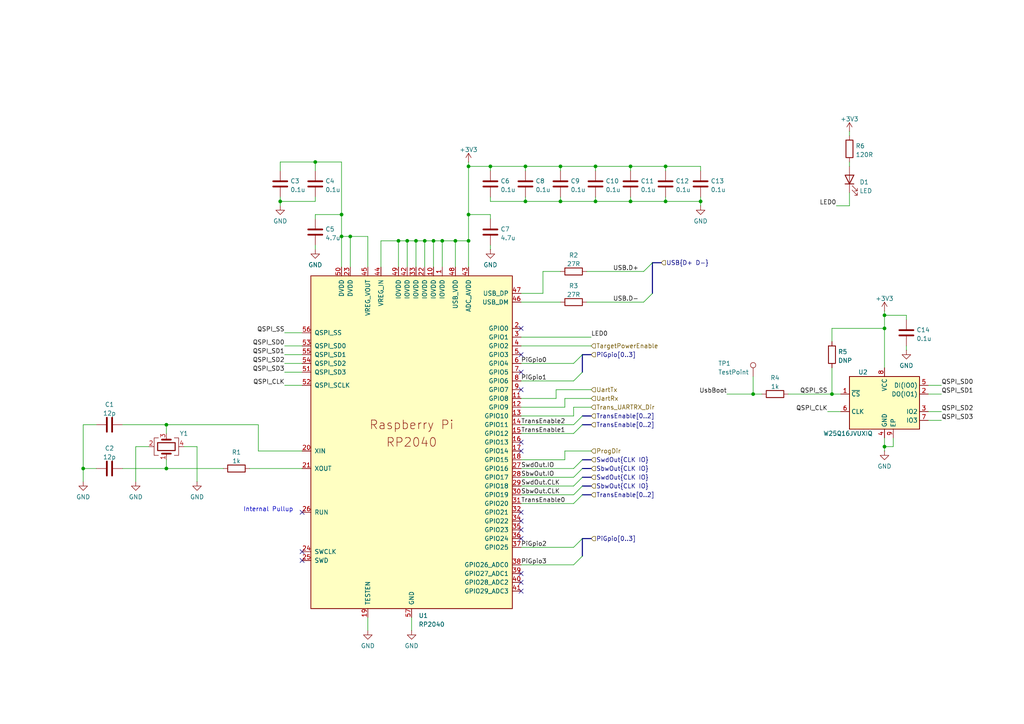
<source format=kicad_sch>
(kicad_sch (version 20231120) (generator "eeschema") (generator_version "8.0")
  (paper "A4")
  (lib_symbols
    (symbol "Connector:TestPoint" (pin_numbers hide) (pin_names (offset 0.762) hide)
      (property "Reference" "TP" (at 0 6.858 0))
      (property "Value" "TestPoint" (at 0 5.08 0))
      (symbol "TestPoint_0_1"
        (circle (center 0 3.302) (radius 0.762))
      )
      (symbol "TestPoint_1_1"
        (pin passive line (at 0 0 90) (length 2.54) (name "1") (number "1"))
      )
    )
    (symbol "Device:C" (pin_numbers hide) (pin_names (offset 0.254))
      (property "Reference" "C" (at 0.635 2.54 0))
      (property "Value" "C" (at 0.635 -2.54 0))
      (symbol "C_0_1"
        (polyline (pts (xy -2.032 -0.762) (xy 2.032 -0.762)) (stroke (width 0.508)))
        (polyline (pts (xy -2.032 0.762) (xy 2.032 0.762)) (stroke (width 0.508)))
      )
      (symbol "C_1_1"
        (pin passive line (at 0 3.81 270) (length 2.794) (name "~") (number "1"))
        (pin passive line (at 0 -3.81 90) (length 2.794) (name "~") (number "2"))
      )
    )
    (symbol "Device:Crystal_GND24" (pin_names (offset 1.016) hide)
      (property "Reference" "Y" (at 3.175 5.08 0))
      (property "Value" "Crystal_GND24" (at 3.175 3.175 0))
      (symbol "Crystal_GND24_0_1"
        (rectangle (start -1.143 2.54) (end 1.143 -2.54) (stroke (width 0.3048)))
        (polyline (pts (xy -2.54 0) (xy -2.032 0)))
        (polyline (pts (xy -2.032 -1.27) (xy -2.032 1.27)) (stroke (width 0.508)))
        (polyline (pts (xy 0 -3.81) (xy 0 -3.556)))
        (polyline (pts (xy 0 3.556) (xy 0 3.81)))
        (polyline (pts (xy 2.032 -1.27) (xy 2.032 1.27)) (stroke (width 0.508)))
        (polyline (pts (xy 2.032 0) (xy 2.54 0)))
        (polyline (pts (xy -2.54 -2.286) (xy -2.54 -3.556) (xy 2.54 -3.556) (xy 2.54 -2.286)))
        (polyline (pts (xy -2.54 2.286) (xy -2.54 3.556) (xy 2.54 3.556) (xy 2.54 2.286)))
      )
      (symbol "Crystal_GND24_1_1"
        (pin passive line (at -3.81 0 0) (length 1.27) (name "1") (number "1"))
        (pin passive line (at 0 5.08 270) (length 1.27) (name "2") (number "2"))
        (pin passive line (at 3.81 0 180) (length 1.27) (name "3") (number "3"))
        (pin passive line (at 0 -5.08 90) (length 1.27) (name "4") (number "4"))
      )
    )
    (symbol "Device:LED" (pin_numbers hide) (pin_names (offset 1.016) hide)
      (property "Reference" "D" (at 0 2.54 0))
      (property "Value" "LED" (at 0 -2.54 0))
      (symbol "LED_0_1"
        (polyline (pts (xy -1.27 -1.27) (xy -1.27 1.27)) (stroke (width 0.254)))
        (polyline (pts (xy -1.27 0) (xy 1.27 0)))
        (polyline (pts (xy 1.27 -1.27) (xy 1.27 1.27) (xy -1.27 0) (xy 1.27 -1.27)) (stroke (width 0.254)))
        (polyline (pts (xy -3.048 -0.762) (xy -4.572 -2.286) (xy -3.81 -2.286) (xy -4.572 -2.286) (xy -4.572 -1.524)))
        (polyline (pts (xy -1.778 -0.762) (xy -3.302 -2.286) (xy -2.54 -2.286) (xy -3.302 -2.286) (xy -3.302 -1.524)))
      )
      (symbol "LED_1_1"
        (pin passive line (at -3.81 0 0) (length 2.54) (name "K") (number "1"))
        (pin passive line (at 3.81 0 180) (length 2.54) (name "A") (number "2"))
      )
    )
    (symbol "Device:R" (pin_numbers hide) (pin_names (offset 0))
      (property "Reference" "R" (at 2.032 0 90))
      (property "Value" "R" (at 0 0 90))
      (symbol "R_0_1"
        (rectangle (start -1.016 -2.54) (end 1.016 2.54) (stroke (width 0.254)))
      )
      (symbol "R_1_1"
        (pin passive line (at 0 3.81 270) (length 1.27) (name "~") (number "1"))
        (pin passive line (at 0 -3.81 90) (length 1.27) (name "~") (number "2"))
      )
    )
    (symbol "power:+3V3" (power) (pin_numbers hide) (pin_names (offset 0) hide)
      (property "Value" "+3V3" (at 0 3.556 0))
      (symbol "+3V3_0_1"
        (polyline (pts (xy -0.762 1.27) (xy 0 2.54)))
        (polyline (pts (xy 0 0) (xy 0 2.54)))
        (polyline (pts (xy 0 2.54) (xy 0.762 1.27)))
      )
      (symbol "+3V3_1_1"
        (pin power_in line (at 0 0 90) (length 0) (name "~") (number "1"))
      )
    )
    (symbol "power:GND" (power) (pin_numbers hide) (pin_names (offset 0) hide)
      (property "Value" "GND" (at 0 -3.81 0))
      (symbol "GND_0_1"
        (polyline (pts (xy 0 0) (xy 0 -1.27) (xy 1.27 -1.27) (xy 0 -2.54) (xy -1.27 -1.27) (xy 0 -1.27)))
      )
      (symbol "GND_1_1"
        (pin power_in line (at 0 0 270) (length 0) (name "~") (number "1"))
      )
    )
    (symbol "voltix:RP2040" (pin_names (offset 1.016))
      (property "Reference" "U" (at -29.21 49.53 0))
      (property "Value" "RP2040" (at 24.13 -49.53 0))
      (symbol "RP2040_0_0"
        (text "Raspberry Pi" (at 0 5.08 0) (effects (font (size 2.54 2.54))))
        (text "RP2040" (at 0 0 0) (effects (font (size 2.54 2.54))))
      )
      (symbol "RP2040_0_1"
        (rectangle (start 29.21 48.26) (end -29.21 -48.26) (stroke (width 0.254)) (fill (type background)))
      )
      (symbol "RP2040_1_1"
        (pin power_in line (at 8.89 50.8 270) (length 2.54) (name "IOVDD") (number "1"))
        (pin power_in line (at 6.35 50.8 270) (length 2.54) (name "IOVDD") (number "10"))
        (pin bidirectional line (at 31.75 12.7 180) (length 2.54) (name "GPIO8") (number "11"))
        (pin bidirectional line (at 31.75 10.16 180) (length 2.54) (name "GPIO9") (number "12"))
        (pin bidirectional line (at 31.75 7.62 180) (length 2.54) (name "GPIO10") (number "13"))
        (pin bidirectional line (at 31.75 5.08 180) (length 2.54) (name "GPIO11") (number "14"))
        (pin bidirectional line (at 31.75 2.54 180) (length 2.54) (name "GPIO12") (number "15"))
        (pin bidirectional line (at 31.75 0 180) (length 2.54) (name "GPIO13") (number "16"))
        (pin bidirectional line (at 31.75 -2.54 180) (length 2.54) (name "GPIO14") (number "17"))
        (pin bidirectional line (at 31.75 -5.08 180) (length 2.54) (name "GPIO15") (number "18"))
        (pin passive line (at -12.7 -50.8 90) (length 2.54) (name "TESTEN") (number "19"))
        (pin bidirectional line (at 31.75 33.02 180) (length 2.54) (name "GPIO0") (number "2"))
        (pin input line (at -31.75 -2.54 0) (length 2.54) (name "XIN") (number "20"))
        (pin passive line (at -31.75 -7.62 0) (length 2.54) (name "XOUT") (number "21"))
        (pin power_in line (at 3.81 50.8 270) (length 2.54) (name "IOVDD") (number "22"))
        (pin power_in line (at -17.78 50.8 270) (length 2.54) (name "DVDD") (number "23"))
        (pin output line (at -31.75 -31.75 0) (length 2.54) (name "SWCLK") (number "24"))
        (pin bidirectional line (at -31.75 -34.29 0) (length 2.54) (name "SWD") (number "25"))
        (pin input line (at -31.75 -20.32 0) (length 2.54) (name "RUN") (number "26"))
        (pin bidirectional line (at 31.75 -7.62 180) (length 2.54) (name "GPIO16") (number "27"))
        (pin bidirectional line (at 31.75 -10.16 180) (length 2.54) (name "GPIO17") (number "28"))
        (pin bidirectional line (at 31.75 -12.7 180) (length 2.54) (name "GPIO18") (number "29"))
        (pin bidirectional line (at 31.75 30.48 180) (length 2.54) (name "GPIO1") (number "3"))
        (pin bidirectional line (at 31.75 -15.24 180) (length 2.54) (name "GPIO19") (number "30"))
        (pin bidirectional line (at 31.75 -17.78 180) (length 2.54) (name "GPIO20") (number "31"))
        (pin bidirectional line (at 31.75 -20.32 180) (length 2.54) (name "GPIO21") (number "32"))
        (pin power_in line (at 1.27 50.8 270) (length 2.54) (name "IOVDD") (number "33"))
        (pin bidirectional line (at 31.75 -22.86 180) (length 2.54) (name "GPIO22") (number "34"))
        (pin bidirectional line (at 31.75 -25.4 180) (length 2.54) (name "GPIO23") (number "35"))
        (pin bidirectional line (at 31.75 -27.94 180) (length 2.54) (name "GPIO24") (number "36"))
        (pin bidirectional line (at 31.75 -30.48 180) (length 2.54) (name "GPIO25") (number "37"))
        (pin bidirectional line (at 31.75 -35.56 180) (length 2.54) (name "GPIO26_ADC0") (number "38"))
        (pin bidirectional line (at 31.75 -38.1 180) (length 2.54) (name "GPIO27_ADC1") (number "39"))
        (pin bidirectional line (at 31.75 27.94 180) (length 2.54) (name "GPIO2") (number "4"))
        (pin bidirectional line (at 31.75 -40.64 180) (length 2.54) (name "GPIO28_ADC2") (number "40"))
        (pin bidirectional line (at 31.75 -43.18 180) (length 2.54) (name "GPIO29_ADC3") (number "41"))
        (pin power_in line (at -1.27 50.8 270) (length 2.54) (name "IOVDD") (number "42"))
        (pin power_in line (at 16.51 50.8 270) (length 2.54) (name "ADC_AVDD") (number "43"))
        (pin power_in line (at -8.89 50.8 270) (length 2.54) (name "VREG_IN") (number "44"))
        (pin power_out line (at -12.7 50.8 270) (length 2.54) (name "VREG_VOUT") (number "45"))
        (pin bidirectional line (at 31.75 40.64 180) (length 2.54) (name "USB_DM") (number "46"))
        (pin bidirectional line (at 31.75 43.18 180) (length 2.54) (name "USB_DP") (number "47"))
        (pin power_in line (at 12.7 50.8 270) (length 2.54) (name "USB_VDD") (number "48"))
        (pin power_in line (at -3.81 50.8 270) (length 2.54) (name "IOVDD") (number "49"))
        (pin bidirectional line (at 31.75 25.4 180) (length 2.54) (name "GPIO3") (number "5"))
        (pin power_in line (at -20.32 50.8 270) (length 2.54) (name "DVDD") (number "50"))
        (pin bidirectional line (at -31.75 20.32 0) (length 2.54) (name "QSPI_SD3") (number "51"))
        (pin output line (at -31.75 16.51 0) (length 2.54) (name "QSPI_SCLK") (number "52"))
        (pin bidirectional line (at -31.75 27.94 0) (length 2.54) (name "QSPI_SD0") (number "53"))
        (pin bidirectional line (at -31.75 22.86 0) (length 2.54) (name "QSPI_SD2") (number "54"))
        (pin bidirectional line (at -31.75 25.4 0) (length 2.54) (name "QSPI_SD1") (number "55"))
        (pin bidirectional line (at -31.75 31.75 0) (length 2.54) (name "QSPI_SS") (number "56"))
        (pin power_in line (at 0 -50.8 90) (length 2.54) (name "GND") (number "57"))
        (pin bidirectional line (at 31.75 22.86 180) (length 2.54) (name "GPIO4") (number "6"))
        (pin bidirectional line (at 31.75 20.32 180) (length 2.54) (name "GPIO5") (number "7"))
        (pin bidirectional line (at 31.75 17.78 180) (length 2.54) (name "GPIO6") (number "8"))
        (pin bidirectional line (at 31.75 15.24 180) (length 2.54) (name "GPIO7") (number "9"))
      )
    )
    (symbol "voltix:W25Q16JVUXIQ"
      (property "Reference" "U" (at -8.89 8.89 0))
      (property "Value" "W25Q16JVUXIQ" (at 7.62 8.89 0))
      (symbol "W25Q16JVUXIQ_0_1"
        (rectangle (start -10.16 7.62) (end 10.16 -7.62) (stroke (width 0.254)) (fill (type background)))
      )
      (symbol "W25Q16JVUXIQ_1_1"
        (pin input line (at -12.7 2.54 0) (length 2.54) (name "~{CS}") (number "1"))
        (pin bidirectional line (at 12.7 2.54 180) (length 2.54) (name "DO(IO1)") (number "2"))
        (pin bidirectional line (at 12.7 -2.54 180) (length 2.54) (name "IO2") (number "3"))
        (pin power_in line (at 0 -10.16 90) (length 2.54) (name "GND") (number "4"))
        (pin bidirectional line (at 12.7 5.08 180) (length 2.54) (name "DI(IO0)") (number "5"))
        (pin input line (at -12.7 -2.54 0) (length 2.54) (name "CLK") (number "6"))
        (pin bidirectional line (at 12.7 -5.08 180) (length 2.54) (name "IO3") (number "7"))
        (pin power_in line (at 0 10.16 270) (length 2.54) (name "VCC") (number "8"))
        (pin passive line (at 2.54 -10.16 90) (length 2.54) (name "EP") (number "9"))
      )
    )
  )
  (junction (at 135.89 69.85))
  (junction (at 142.24 48.26))
  (junction (at 152.4 48.26))
  (junction (at 218.44 114.3))
  (junction (at 203.2 58.42))
  (junction (at 132.08 69.85))
  (junction (at 256.54 129.54))
  (junction (at 48.26 135.89))
  (junction (at 123.19 69.85))
  (junction (at 256.54 95.25))
  (junction (at 162.56 48.26))
  (junction (at 135.89 48.26))
  (junction (at 91.44 46.99))
  (junction (at 128.27 69.85))
  (junction (at 120.65 69.85))
  (junction (at 99.06 68.58))
  (junction (at 48.26 123.19))
  (junction (at 81.28 58.42))
  (junction (at 256.54 91.44))
  (junction (at 118.11 69.85))
  (junction (at 193.04 48.26))
  (junction (at 24.13 135.89))
  (junction (at 182.88 48.26))
  (junction (at 241.3 114.3))
  (junction (at 172.72 58.42))
  (junction (at 125.73 69.85))
  (junction (at 172.72 48.26))
  (junction (at 162.56 58.42))
  (junction (at 152.4 58.42))
  (junction (at 99.06 62.23))
  (junction (at 182.88 58.42))
  (junction (at 115.57 69.85))
  (junction (at 101.6 68.58))
  (junction (at 193.04 58.42))
  (junction (at 135.89 62.23))
  (no_connect (at 151.13 166.37))
  (no_connect (at 151.13 113.03))
  (no_connect (at 151.13 107.95))
  (no_connect (at 87.63 162.56))
  (no_connect (at 151.13 130.81))
  (no_connect (at 151.13 148.59))
  (no_connect (at 151.13 171.45))
  (no_connect (at 87.63 148.59))
  (no_connect (at 87.63 160.02))
  (no_connect (at 151.13 153.67))
  (no_connect (at 151.13 95.25))
  (no_connect (at 151.13 102.87))
  (no_connect (at 151.13 168.91))
  (no_connect (at 151.13 151.13))
  (no_connect (at 151.13 128.27))
  (no_connect (at 151.13 156.21))
  (bus_entry (at 189.23 85.09) (size -2.54 2.54))
  (bus_entry (at 168.91 143.51) (size -2.54 2.54))
  (bus_entry (at 168.91 156.21) (size -2.54 2.54))
  (bus_entry (at 168.91 120.65) (size -2.54 2.54))
  (bus_entry (at 168.91 107.95) (size -2.54 2.54))
  (bus_entry (at 168.91 123.19) (size -2.54 2.54))
  (bus_entry (at 168.91 135.89) (size -2.54 2.54))
  (bus_entry (at 168.91 140.97) (size -2.54 2.54))
  (bus_entry (at 189.23 76.2) (size -2.54 2.54))
  (bus_entry (at 168.91 161.29) (size -2.54 2.54))
  (bus_entry (at 168.91 102.87) (size -2.54 2.54))
  (bus_entry (at 168.91 138.43) (size -2.54 2.54))
  (bus_entry (at 168.91 133.35) (size -2.54 2.54))
  (wire (pts (xy 151.13 143.51) (xy 166.37 143.51)))
  (wire (pts (xy 135.89 69.85) (xy 135.89 77.47)))
  (wire (pts (xy 48.26 125.73) (xy 48.26 123.19)))
  (wire (pts (xy 256.54 90.17) (xy 256.54 91.44)))
  (wire (pts (xy 151.13 158.75) (xy 166.37 158.75)))
  (wire (pts (xy 166.37 118.11) (xy 171.45 118.11)))
  (wire (pts (xy 163.83 133.35) (xy 151.13 133.35)))
  (wire (pts (xy 142.24 71.12) (xy 142.24 72.39)))
  (wire (pts (xy 182.88 48.26) (xy 172.72 48.26)))
  (wire (pts (xy 101.6 77.47) (xy 101.6 68.58)))
  (wire (pts (xy 125.73 69.85) (xy 125.73 77.47)))
  (wire (pts (xy 91.44 71.12) (xy 91.44 72.39)))
  (wire (pts (xy 120.65 69.85) (xy 120.65 77.47)))
  (wire (pts (xy 91.44 46.99) (xy 91.44 49.53)))
  (wire (pts (xy 256.54 127) (xy 256.54 129.54)))
  (wire (pts (xy 246.38 38.1) (xy 246.38 39.37)))
  (wire (pts (xy 119.38 179.07) (xy 119.38 182.88)))
  (wire (pts (xy 151.13 163.83) (xy 166.37 163.83)))
  (wire (pts (xy 256.54 95.25) (xy 256.54 106.68)))
  (wire (pts (xy 163.83 115.57) (xy 171.45 115.57)))
  (wire (pts (xy 151.13 110.49) (xy 166.37 110.49)))
  (wire (pts (xy 43.18 129.54) (xy 39.37 129.54)))
  (wire (pts (xy 157.48 85.09) (xy 151.13 85.09)))
  (wire (pts (xy 193.04 49.53) (xy 193.04 48.26)))
  (wire (pts (xy 269.24 114.3) (xy 273.05 114.3)))
  (wire (pts (xy 171.45 130.81) (xy 163.83 130.81)))
  (wire (pts (xy 151.13 100.33) (xy 171.45 100.33)))
  (wire (pts (xy 151.13 135.89) (xy 166.37 135.89)))
  (wire (pts (xy 82.55 105.41) (xy 87.63 105.41)))
  (wire (pts (xy 218.44 109.22) (xy 218.44 114.3)))
  (wire (pts (xy 91.44 57.15) (xy 91.44 58.42)))
  (wire (pts (xy 170.18 78.74) (xy 186.69 78.74)))
  (wire (pts (xy 57.15 129.54) (xy 57.15 139.7)))
  (wire (pts (xy 151.13 123.19) (xy 166.37 123.19)))
  (wire (pts (xy 172.72 58.42) (xy 182.88 58.42)))
  (wire (pts (xy 132.08 69.85) (xy 135.89 69.85)))
  (wire (pts (xy 24.13 139.7) (xy 24.13 135.89)))
  (wire (pts (xy 142.24 48.26) (xy 135.89 48.26)))
  (wire (pts (xy 142.24 49.53) (xy 142.24 48.26)))
  (wire (pts (xy 132.08 69.85) (xy 132.08 77.47)))
  (wire (pts (xy 142.24 58.42) (xy 152.4 58.42)))
  (wire (pts (xy 135.89 46.99) (xy 135.89 48.26)))
  (bus (pts (xy 168.91 102.87) (xy 171.45 102.87)))
  (wire (pts (xy 152.4 57.15) (xy 152.4 58.42)))
  (wire (pts (xy 39.37 129.54) (xy 39.37 139.7)))
  (wire (pts (xy 142.24 63.5) (xy 142.24 62.23)))
  (wire (pts (xy 241.3 99.06) (xy 241.3 95.25)))
  (bus (pts (xy 168.91 156.21) (xy 168.91 161.29)))
  (wire (pts (xy 123.19 69.85) (xy 125.73 69.85)))
  (wire (pts (xy 48.26 123.19) (xy 35.56 123.19)))
  (wire (pts (xy 142.24 57.15) (xy 142.24 58.42)))
  (wire (pts (xy 193.04 48.26) (xy 182.88 48.26)))
  (wire (pts (xy 152.4 58.42) (xy 162.56 58.42)))
  (wire (pts (xy 35.56 135.89) (xy 48.26 135.89)))
  (wire (pts (xy 151.13 97.79) (xy 171.45 97.79)))
  (wire (pts (xy 241.3 114.3) (xy 243.84 114.3)))
  (wire (pts (xy 162.56 57.15) (xy 162.56 58.42)))
  (bus (pts (xy 168.91 133.35) (xy 171.45 133.35)))
  (wire (pts (xy 259.08 127) (xy 259.08 129.54)))
  (wire (pts (xy 246.38 46.99) (xy 246.38 48.26)))
  (wire (pts (xy 259.08 129.54) (xy 256.54 129.54)))
  (wire (pts (xy 123.19 69.85) (xy 123.19 77.47)))
  (wire (pts (xy 162.56 78.74) (xy 157.48 78.74)))
  (wire (pts (xy 161.29 113.03) (xy 161.29 115.57)))
  (wire (pts (xy 262.89 92.71) (xy 262.89 91.44)))
  (wire (pts (xy 91.44 62.23) (xy 99.06 62.23)))
  (bus (pts (xy 168.91 156.21) (xy 171.45 156.21)))
  (wire (pts (xy 228.6 114.3) (xy 241.3 114.3)))
  (wire (pts (xy 128.27 69.85) (xy 132.08 69.85)))
  (wire (pts (xy 151.13 118.11) (xy 163.83 118.11)))
  (wire (pts (xy 74.93 130.81) (xy 74.93 123.19)))
  (wire (pts (xy 203.2 49.53) (xy 203.2 48.26)))
  (wire (pts (xy 48.26 135.89) (xy 64.77 135.89)))
  (bus (pts (xy 191.77 76.2) (xy 189.23 76.2)))
  (wire (pts (xy 240.03 119.38) (xy 243.84 119.38)))
  (wire (pts (xy 163.83 130.81) (xy 163.83 133.35)))
  (wire (pts (xy 163.83 118.11) (xy 163.83 115.57)))
  (wire (pts (xy 99.06 46.99) (xy 99.06 62.23)))
  (bus (pts (xy 168.91 135.89) (xy 171.45 135.89)))
  (wire (pts (xy 101.6 68.58) (xy 99.06 68.58)))
  (wire (pts (xy 82.55 111.76) (xy 87.63 111.76)))
  (wire (pts (xy 48.26 135.89) (xy 48.26 133.35)))
  (wire (pts (xy 91.44 46.99) (xy 99.06 46.99)))
  (wire (pts (xy 72.39 135.89) (xy 87.63 135.89)))
  (wire (pts (xy 81.28 57.15) (xy 81.28 58.42)))
  (bus (pts (xy 168.91 138.43) (xy 171.45 138.43)))
  (wire (pts (xy 53.34 129.54) (xy 57.15 129.54)))
  (wire (pts (xy 110.49 77.47) (xy 110.49 69.85)))
  (wire (pts (xy 182.88 57.15) (xy 182.88 58.42)))
  (wire (pts (xy 135.89 48.26) (xy 135.89 62.23)))
  (wire (pts (xy 193.04 57.15) (xy 193.04 58.42)))
  (wire (pts (xy 256.54 91.44) (xy 256.54 95.25)))
  (wire (pts (xy 152.4 48.26) (xy 142.24 48.26)))
  (wire (pts (xy 172.72 57.15) (xy 172.72 58.42)))
  (wire (pts (xy 182.88 49.53) (xy 182.88 48.26)))
  (bus (pts (xy 168.91 123.19) (xy 171.45 123.19)))
  (wire (pts (xy 82.55 100.33) (xy 87.63 100.33)))
  (wire (pts (xy 24.13 135.89) (xy 24.13 123.19)))
  (bus (pts (xy 168.91 102.87) (xy 168.91 107.95)))
  (wire (pts (xy 203.2 48.26) (xy 193.04 48.26)))
  (wire (pts (xy 182.88 58.42) (xy 193.04 58.42)))
  (wire (pts (xy 151.13 87.63) (xy 162.56 87.63)))
  (bus (pts (xy 168.91 143.51) (xy 171.45 143.51)))
  (wire (pts (xy 241.3 106.68) (xy 241.3 114.3)))
  (wire (pts (xy 82.55 96.52) (xy 87.63 96.52)))
  (wire (pts (xy 142.24 62.23) (xy 135.89 62.23)))
  (wire (pts (xy 24.13 123.19) (xy 27.94 123.19)))
  (wire (pts (xy 106.68 68.58) (xy 101.6 68.58)))
  (wire (pts (xy 151.13 120.65) (xy 166.37 120.65)))
  (wire (pts (xy 151.13 105.41) (xy 166.37 105.41)))
  (wire (pts (xy 82.55 107.95) (xy 87.63 107.95)))
  (wire (pts (xy 171.45 113.03) (xy 161.29 113.03)))
  (wire (pts (xy 162.56 49.53) (xy 162.56 48.26)))
  (wire (pts (xy 106.68 179.07) (xy 106.68 182.88)))
  (wire (pts (xy 128.27 69.85) (xy 128.27 77.47)))
  (wire (pts (xy 269.24 121.92) (xy 273.05 121.92)))
  (wire (pts (xy 91.44 63.5) (xy 91.44 62.23)))
  (wire (pts (xy 48.26 123.19) (xy 74.93 123.19)))
  (wire (pts (xy 152.4 48.26) (xy 162.56 48.26)))
  (wire (pts (xy 241.3 95.25) (xy 256.54 95.25)))
  (wire (pts (xy 193.04 58.42) (xy 203.2 58.42)))
  (wire (pts (xy 115.57 69.85) (xy 115.57 77.47)))
  (wire (pts (xy 118.11 69.85) (xy 118.11 77.47)))
  (bus (pts (xy 189.23 76.2) (xy 189.23 85.09)))
  (wire (pts (xy 87.63 130.81) (xy 74.93 130.81)))
  (wire (pts (xy 256.54 129.54) (xy 256.54 130.81)))
  (wire (pts (xy 82.55 102.87) (xy 87.63 102.87)))
  (wire (pts (xy 118.11 69.85) (xy 120.65 69.85)))
  (wire (pts (xy 115.57 69.85) (xy 118.11 69.85)))
  (wire (pts (xy 91.44 58.42) (xy 81.28 58.42)))
  (wire (pts (xy 161.29 115.57) (xy 151.13 115.57)))
  (wire (pts (xy 135.89 62.23) (xy 135.89 69.85)))
  (wire (pts (xy 242.57 59.69) (xy 246.38 59.69)))
  (wire (pts (xy 99.06 77.47) (xy 99.06 68.58)))
  (wire (pts (xy 157.48 78.74) (xy 157.48 85.09)))
  (wire (pts (xy 110.49 69.85) (xy 115.57 69.85)))
  (bus (pts (xy 168.91 120.65) (xy 171.45 120.65)))
  (wire (pts (xy 170.18 87.63) (xy 186.69 87.63)))
  (wire (pts (xy 166.37 120.65) (xy 166.37 118.11)))
  (wire (pts (xy 152.4 49.53) (xy 152.4 48.26)))
  (wire (pts (xy 262.89 91.44) (xy 256.54 91.44)))
  (bus (pts (xy 168.91 140.97) (xy 171.45 140.97)))
  (wire (pts (xy 151.13 138.43) (xy 166.37 138.43)))
  (wire (pts (xy 151.13 125.73) (xy 166.37 125.73)))
  (wire (pts (xy 262.89 100.33) (xy 262.89 101.6)))
  (wire (pts (xy 172.72 48.26) (xy 162.56 48.26)))
  (wire (pts (xy 246.38 55.88) (xy 246.38 59.69)))
  (wire (pts (xy 203.2 58.42) (xy 203.2 59.69)))
  (wire (pts (xy 99.06 62.23) (xy 99.06 68.58)))
  (wire (pts (xy 269.24 119.38) (xy 273.05 119.38)))
  (wire (pts (xy 172.72 49.53) (xy 172.72 48.26)))
  (wire (pts (xy 269.24 111.76) (xy 273.05 111.76)))
  (wire (pts (xy 218.44 114.3) (xy 220.98 114.3)))
  (wire (pts (xy 151.13 146.05) (xy 166.37 146.05)))
  (wire (pts (xy 203.2 57.15) (xy 203.2 58.42)))
  (wire (pts (xy 151.13 140.97) (xy 166.37 140.97)))
  (wire (pts (xy 120.65 69.85) (xy 123.19 69.85)))
  (wire (pts (xy 106.68 77.47) (xy 106.68 68.58)))
  (wire (pts (xy 81.28 58.42) (xy 81.28 59.69)))
  (wire (pts (xy 81.28 46.99) (xy 91.44 46.99)))
  (wire (pts (xy 162.56 58.42) (xy 172.72 58.42)))
  (wire (pts (xy 125.73 69.85) (xy 128.27 69.85)))
  (wire (pts (xy 24.13 135.89) (xy 27.94 135.89)))
  (wire (pts (xy 81.28 49.53) (xy 81.28 46.99)))
  (wire (pts (xy 210.82 114.3) (xy 218.44 114.3)))
  (text "Internal Pullup" (at 85.09 148.59 0) (effects (font (size 1.27 1.27)) (justify right bottom)))
  (label "QSPI_SD2" (at 273.05 119.38 0))
  (label "QSPI_SD2" (at 82.55 105.41 180))
  (label "USB.D+" (at 177.8 78.74 0))
  (label "SwdOut.IO" (at 151.13 135.89 0))
  (label "QSPI_CLK" (at 240.03 119.38 180))
  (label "PiGpio3" (at 151.13 163.83 0))
  (label "PiGpio0" (at 151.13 105.41 0))
  (label "TransEnable0" (at 151.13 146.05 0))
  (label "QSPI_SD3" (at 273.05 121.92 0))
  (label "QSPI_SS" (at 82.55 96.52 180))
  (label "SwdOut.CLK" (at 151.13 140.97 0))
  (label "UsbBoot" (at 210.82 114.3 180))
  (label "QSPI_SD1" (at 273.05 114.3 0))
  (label "SbwOut.IO" (at 151.13 138.43 0))
  (label "SbwOut.CLK" (at 151.13 143.51 0))
  (label "QSPI_SD3" (at 82.55 107.95 180))
  (label "TransEnable2" (at 151.13 123.19 0))
  (label "QSPI_SD1" (at 82.55 102.87 180))
  (label "PiGpio2" (at 151.13 158.75 0))
  (label "QSPI_SD0" (at 82.55 100.33 180))
  (label "LED0" (at 242.57 59.69 180))
  (label "QSPI_SD0" (at 273.05 111.76 0))
  (label "QSPI_CLK" (at 82.55 111.76 180))
  (label "USB.D-" (at 177.8 87.63 0))
  (label "TransEnable1" (at 151.13 125.73 0))
  (label "LED0" (at 171.45 97.79 0))
  (label "QSPI_SS" (at 240.03 114.3 180))
  (label "PiGpio1" (at 151.13 110.49 0))
  (hierarchical_label "PiGpio[0..3]" (shape input) (at 171.45 102.87 0))
  (hierarchical_label "UartTx" (shape input) (at 171.45 113.03 0))
  (hierarchical_label "SwdOut{CLK IO}" (shape input) (at 171.45 138.43 0))
  (hierarchical_label "SwdOut{CLK IO}" (shape input) (at 171.45 133.35 0))
  (hierarchical_label "UartRx" (shape input) (at 171.45 115.57 0))
  (hierarchical_label "TransEnable[0..2]" (shape input) (at 171.45 143.51 0))
  (hierarchical_label "TargetPowerEnable" (shape input) (at 171.45 100.33 0))
  (hierarchical_label "Trans_UARTRX_Dir" (shape input) (at 171.45 118.11 0))
  (hierarchical_label "TransEnable[0..2]" (shape input) (at 171.45 123.19 0))
  (hierarchical_label "SbwOut{CLK IO}" (shape input) (at 171.45 135.89 0))
  (hierarchical_label "TransEnable[0..2]" (shape input) (at 171.45 120.65 0))
  (hierarchical_label "PiGpio[0..3]" (shape input) (at 171.45 156.21 0))
  (hierarchical_label "ProgDir" (shape input) (at 171.45 130.81 0))
  (hierarchical_label "SbwOut{CLK IO}" (shape input) (at 171.45 140.97 0))
  (hierarchical_label "USB{D+ D-}" (shape input) (at 191.77 76.2 0))
  (symbol (lib_id "Device:C") (at 142.24 53.34 0) (unit 1)
    (property "Reference" "C6" (at 145.161 52.5053 0) (effects (justify left)))
    (property "Value" "0.1u" (at 145.161 55.0422 0) (effects (justify left)))
    (property "Footprint" "Capacitor_SMD:C_0402_1005Metric" (effects (hide yes)))
    (property "Description" "Unpolarized capacitor" (effects (hide yes)))
    (property "MPN" "CL05A104KA5NNNC" (effects (hide yes)))
  )
  (symbol (lib_id "power:+3V3") (at 135.89 46.99 0) (unit 1)
    (property "Reference" "#PWR08" (effects (hide yes)))
    (property "Value" "+3V3" (at 135.89 43.4142 0))
    (property "Description" "Power symbol creates a global label with name \"+3V3\"" (effects (hide yes)))
  )
  (symbol (lib_id "Device:R") (at 166.37 87.63 90) (unit 1)
    (property "Reference" "R3" (at 166.37 82.9142 90))
    (property "Value" "27R" (at 166.37 85.4511 90))
    (property "Footprint" "Resistor_SMD:R_0402_1005Metric" (effects (hide yes)))
    (property "Description" "Resistor" (effects (hide yes)))
    (property "MPN" "CR0402-FX-27R0GLF" (effects (hide yes)))
  )
  (symbol (lib_id "power:GND") (at 106.68 182.88 0) (unit 1)
    (property "Reference" "#PWR06" (effects (hide yes)))
    (property "Value" "GND" (at 106.68 187.3234 0))
    (property "Description" "Power symbol creates a global label with name \"GND\" , ground" (effects (hide yes)))
  )
  (symbol (lib_id "Device:LED") (at 246.38 52.07 90) (unit 1)
    (property "Reference" "D1" (at 249.301 52.8228 90) (effects (justify right)))
    (property "Value" "LED" (at 249.301 55.3597 90) (effects (justify right)))
    (property "Footprint" "LED_SMD:LED_0402_1005Metric" (effects (hide yes)))
    (property "Description" "Light emitting diode" (effects (hide yes)))
    (property "MPN" "QBLP595-AG1" (effects (hide yes)))
  )
  (symbol (lib_id "Device:Crystal_GND24") (at 48.26 129.54 90) (unit 1)
    (property "Reference" "Y1" (at 53.34 125.73 90))
    (property "Value" "Crystal_GND24" (effects (hide yes)))
    (property "Footprint" "voltix:RALTRON_RH100" (effects (hide yes)))
    (property "Description" "Four pin crystal, GND on pins 2 and 4" (effects (hide yes)))
    (property "MPN" "RH100-12.000-18-2030-TR" (effects (hide yes)))
  )
  (symbol (lib_id "voltix:RP2040") (at 119.38 128.27 0) (unit 1)
    (property "Reference" "U1" (at 121.3994 178.5604 0) (effects (justify left)))
    (property "Value" "RP2040" (at 121.3994 181.0973 0) (effects (justify left)))
    (property "Footprint" "voltix:RP_RP2040" (effects (hide yes)))
    (property "MPN" "RP2040" (effects (hide yes)))
  )
  (symbol (lib_id "Device:C") (at 81.28 53.34 0) (unit 1)
    (property "Reference" "C3" (at 84.201 52.5053 0) (effects (justify left)))
    (property "Value" "0.1u" (at 84.201 55.0422 0) (effects (justify left)))
    (property "Footprint" "Capacitor_SMD:C_0402_1005Metric" (effects (hide yes)))
    (property "Description" "Unpolarized capacitor" (effects (hide yes)))
    (property "MPN" "CL05A104KA5NNNC" (effects (hide yes)))
  )
  (symbol (lib_id "Device:C") (at 91.44 53.34 0) (unit 1)
    (property "Reference" "C4" (at 94.361 52.5053 0) (effects (justify left)))
    (property "Value" "0.1u" (at 94.361 55.0422 0) (effects (justify left)))
    (property "Footprint" "Capacitor_SMD:C_0402_1005Metric" (effects (hide yes)))
    (property "Description" "Unpolarized capacitor" (effects (hide yes)))
    (property "MPN" "CL05A104KA5NNNC" (effects (hide yes)))
  )
  (symbol (lib_id "Connector:TestPoint") (at 218.44 109.22 0) (unit 1) (in_bom no)
    (property "Reference" "TP1" (at 208.28 105.4131 0) (effects (justify left)))
    (property "Value" "TestPoint" (at 208.28 107.95 0) (effects (justify left)))
    (property "Footprint" "TestPoint:TestPoint_Pad_D1.0mm" (effects (hide yes)))
    (property "Description" "test point" (effects (hide yes)))
  )
  (symbol (lib_id "power:+3V3") (at 256.54 90.17 0) (unit 1)
    (property "Reference" "#PWR012" (effects (hide yes)))
    (property "Value" "+3V3" (at 256.54 86.5942 0))
    (property "Description" "Power symbol creates a global label with name \"+3V3\"" (effects (hide yes)))
  )
  (symbol (lib_id "Device:R") (at 241.3 102.87 0) (unit 1)
    (property "Reference" "R5" (at 243.078 102.0353 0) (effects (justify left)))
    (property "Value" "DNP" (at 243.078 104.5722 0) (effects (justify left)))
    (property "Footprint" "Resistor_SMD:R_0402_1005Metric" (effects (hide yes)))
    (property "Description" "Resistor" (effects (hide yes)))
  )
  (symbol (lib_id "power:+3V3") (at 246.38 38.1 0) (unit 1)
    (property "Reference" "#PWR011" (effects (hide yes)))
    (property "Value" "+3V3" (at 246.38 34.5242 0))
    (property "Description" "Power symbol creates a global label with name \"+3V3\"" (effects (hide yes)))
  )
  (symbol (lib_id "Device:C") (at 193.04 53.34 0) (unit 1)
    (property "Reference" "C12" (at 195.961 52.5053 0) (effects (justify left)))
    (property "Value" "0.1u" (at 195.961 55.0422 0) (effects (justify left)))
    (property "Footprint" "Capacitor_SMD:C_0402_1005Metric" (effects (hide yes)))
    (property "Description" "Unpolarized capacitor" (effects (hide yes)))
    (property "MPN" "CL05A104KA5NNNC" (effects (hide yes)))
  )
  (symbol (lib_id "power:GND") (at 142.24 72.39 0) (unit 1)
    (property "Reference" "#PWR09" (effects (hide yes)))
    (property "Value" "GND" (at 142.24 76.8334 0))
    (property "Description" "Power symbol creates a global label with name \"GND\" , ground" (effects (hide yes)))
  )
  (symbol (lib_id "Device:C") (at 31.75 123.19 90) (unit 1)
    (property "Reference" "C1" (at 31.75 117.3312 90))
    (property "Value" "12p" (at 31.75 119.8681 90))
    (property "Footprint" "Capacitor_SMD:C_0402_1005Metric" (effects (hide yes)))
    (property "Description" "Unpolarized capacitor" (effects (hide yes)))
    (property "MPN" "04025A120JAT2A" (effects (hide yes)))
  )
  (symbol (lib_id "Device:C") (at 91.44 67.31 0) (unit 1)
    (property "Reference" "C5" (at 94.361 66.4753 0) (effects (justify left)))
    (property "Value" "4.7u" (at 94.361 69.0122 0) (effects (justify left)))
    (property "Footprint" "Capacitor_SMD:C_0402_1005Metric" (effects (hide yes)))
    (property "Description" "Unpolarized capacitor" (effects (hide yes)))
    (property "MPN" "CL05A475MP5NRNC" (effects (hide yes)))
  )
  (symbol (lib_id "power:GND") (at 256.54 130.81 0) (unit 1)
    (property "Reference" "#PWR013" (effects (hide yes)))
    (property "Value" "GND" (at 256.54 135.2534 0))
    (property "Description" "Power symbol creates a global label with name \"GND\" , ground" (effects (hide yes)))
  )
  (symbol (lib_id "voltix:W25Q16JVUXIQ") (at 256.54 116.84 0) (unit 1)
    (property "Reference" "U2" (at 248.92 107.95 0) (effects (justify left)))
    (property "Value" "W25Q16JVUXIQ" (at 238.76 125.73 0) (effects (justify left)))
    (property "Footprint" "voltix:WB_UX8" (effects (hide yes)))
    (property "Datasheet" "https://www.winbond.com/resource-files/w25q16jv%20spi%20revh%2004082019%20plus.pdf" (effects (hide yes)))
    (property "Description" "32Mb Serial Flash Memory, Standard/Dual/Quad SPI, DFN-8" (effects (hide yes)))
    (property "MPN" "W25Q16JVUXIQ" (effects (hide yes)))
  )
  (symbol (lib_id "power:GND") (at 57.15 139.7 0) (unit 1)
    (property "Reference" "#PWR03" (effects (hide yes)))
    (property "Value" "GND" (at 57.15 144.1434 0))
    (property "Description" "Power symbol creates a global label with name \"GND\" , ground" (effects (hide yes)))
  )
  (symbol (lib_id "Device:C") (at 172.72 53.34 0) (unit 1)
    (property "Reference" "C10" (at 175.641 52.5053 0) (effects (justify left)))
    (property "Value" "0.1u" (at 175.641 55.0422 0) (effects (justify left)))
    (property "Footprint" "Capacitor_SMD:C_0402_1005Metric" (effects (hide yes)))
    (property "Description" "Unpolarized capacitor" (effects (hide yes)))
    (property "MPN" "CL05A104KA5NNNC" (effects (hide yes)))
  )
  (symbol (lib_id "Device:C") (at 162.56 53.34 0) (unit 1)
    (property "Reference" "C9" (at 165.481 52.5053 0) (effects (justify left)))
    (property "Value" "0.1u" (at 165.481 55.0422 0) (effects (justify left)))
    (property "Footprint" "Capacitor_SMD:C_0402_1005Metric" (effects (hide yes)))
    (property "Description" "Unpolarized capacitor" (effects (hide yes)))
    (property "MPN" "CL05A104KA5NNNC" (effects (hide yes)))
  )
  (symbol (lib_id "Device:R") (at 224.79 114.3 90) (unit 1)
    (property "Reference" "R4" (at 224.79 109.5842 90))
    (property "Value" "1k" (at 224.79 112.1211 90))
    (property "Footprint" "Resistor_SMD:R_0402_1005Metric" (effects (hide yes)))
    (property "Description" "Resistor" (effects (hide yes)))
    (property "MPN" "WR04X1001FTL" (effects (hide yes)))
  )
  (symbol (lib_id "Device:C") (at 31.75 135.89 270) (unit 1)
    (property "Reference" "C2" (at 31.75 130.0312 90))
    (property "Value" "12p" (at 31.75 132.5681 90))
    (property "Footprint" "Capacitor_SMD:C_0402_1005Metric" (effects (hide yes)))
    (property "Description" "Unpolarized capacitor" (effects (hide yes)))
    (property "MPN" "04025A120JAT2A" (effects (hide yes)))
  )
  (symbol (lib_id "power:GND") (at 39.37 139.7 0) (unit 1)
    (property "Reference" "#PWR02" (effects (hide yes)))
    (property "Value" "GND" (at 39.37 144.1434 0))
    (property "Description" "Power symbol creates a global label with name \"GND\" , ground" (effects (hide yes)))
  )
  (symbol (lib_id "Device:C") (at 182.88 53.34 0) (unit 1)
    (property "Reference" "C11" (at 185.801 52.5053 0) (effects (justify left)))
    (property "Value" "0.1u" (at 185.801 55.0422 0) (effects (justify left)))
    (property "Footprint" "Capacitor_SMD:C_0402_1005Metric" (effects (hide yes)))
    (property "Description" "Unpolarized capacitor" (effects (hide yes)))
    (property "MPN" "CL05A104KA5NNNC" (effects (hide yes)))
  )
  (symbol (lib_id "Device:C") (at 262.89 96.52 0) (unit 1)
    (property "Reference" "C14" (at 265.811 95.6853 0) (effects (justify left)))
    (property "Value" "0.1u" (at 265.811 98.2222 0) (effects (justify left)))
    (property "Footprint" "Capacitor_SMD:C_0402_1005Metric" (effects (hide yes)))
    (property "Description" "Unpolarized capacitor" (effects (hide yes)))
    (property "MPN" "CL05A104KA5NNNC" (effects (hide yes)))
  )
  (symbol (lib_id "Device:C") (at 142.24 67.31 0) (unit 1)
    (property "Reference" "C7" (at 145.161 66.4753 0) (effects (justify left)))
    (property "Value" "4.7u" (at 145.161 69.0122 0) (effects (justify left)))
    (property "Footprint" "Capacitor_SMD:C_0402_1005Metric" (effects (hide yes)))
    (property "Description" "Unpolarized capacitor" (effects (hide yes)))
    (property "MPN" "CL05A475MP5NRNC" (effects (hide yes)))
  )
  (symbol (lib_id "power:GND") (at 91.44 72.39 0) (unit 1)
    (property "Reference" "#PWR05" (effects (hide yes)))
    (property "Value" "GND" (at 91.44 76.8334 0))
    (property "Description" "Power symbol creates a global label with name \"GND\" , ground" (effects (hide yes)))
  )
  (symbol (lib_id "Device:R") (at 68.58 135.89 90) (unit 1)
    (property "Reference" "R1" (at 68.58 131.1742 90))
    (property "Value" "1k" (at 68.58 133.7111 90))
    (property "Footprint" "Resistor_SMD:R_0402_1005Metric" (effects (hide yes)))
    (property "Description" "Resistor" (effects (hide yes)))
    (property "MPN" "WR04X1001FTL" (effects (hide yes)))
  )
  (symbol (lib_id "Device:R") (at 246.38 43.18 0) (unit 1)
    (property "Reference" "R6" (at 248.158 42.3453 0) (effects (justify left)))
    (property "Value" "120R" (at 248.158 44.8822 0) (effects (justify left)))
    (property "Footprint" "Resistor_SMD:R_0402_1005Metric" (effects (hide yes)))
    (property "Description" "Resistor" (effects (hide yes)))
    (property "MPN" "CR0402-FX-1200GLF" (effects (hide yes)))
  )
  (symbol (lib_id "Device:R") (at 166.37 78.74 90) (unit 1)
    (property "Reference" "R2" (at 166.37 74.0242 90))
    (property "Value" "27R" (at 166.37 76.5611 90))
    (property "Footprint" "Resistor_SMD:R_0402_1005Metric" (effects (hide yes)))
    (property "Description" "Resistor" (effects (hide yes)))
    (property "MPN" "CR0402-FX-27R0GLF" (effects (hide yes)))
  )
  (symbol (lib_id "power:GND") (at 262.89 101.6 0) (unit 1)
    (property "Reference" "#PWR014" (effects (hide yes)))
    (property "Value" "GND" (at 262.89 106.0434 0))
    (property "Description" "Power symbol creates a global label with name \"GND\" , ground" (effects (hide yes)))
  )
  (symbol (lib_id "power:GND") (at 119.38 182.88 0) (unit 1)
    (property "Reference" "#PWR07" (effects (hide yes)))
    (property "Value" "GND" (at 119.38 187.3234 0))
    (property "Description" "Power symbol creates a global label with name \"GND\" , ground" (effects (hide yes)))
  )
  (symbol (lib_id "power:GND") (at 24.13 139.7 0) (unit 1)
    (property "Reference" "#PWR01" (effects (hide yes)))
    (property "Value" "GND" (at 24.13 144.1434 0))
    (property "Description" "Power symbol creates a global label with name \"GND\" , ground" (effects (hide yes)))
  )
  (symbol (lib_id "power:GND") (at 203.2 59.69 0) (unit 1)
    (property "Reference" "#PWR010" (effects (hide yes)))
    (property "Value" "GND" (at 203.2 64.1334 0))
    (property "Description" "Power symbol creates a global label with name \"GND\" , ground" (effects (hide yes)))
  )
  (symbol (lib_id "Device:C") (at 152.4 53.34 0) (unit 1)
    (property "Reference" "C8" (at 155.321 52.5053 0) (effects (justify left)))
    (property "Value" "0.1u" (at 155.321 55.0422 0) (effects (justify left)))
    (property "Footprint" "Capacitor_SMD:C_0402_1005Metric" (effects (hide yes)))
    (property "Description" "Unpolarized capacitor" (effects (hide yes)))
    (property "MPN" "CL05A104KA5NNNC" (effects (hide yes)))
  )
  (symbol (lib_id "Device:C") (at 203.2 53.34 0) (unit 1)
    (property "Reference" "C13" (at 206.121 52.5053 0) (effects (justify left)))
    (property "Value" "0.1u" (at 206.121 55.0422 0) (effects (justify left)))
    (property "Footprint" "Capacitor_SMD:C_0402_1005Metric" (effects (hide yes)))
    (property "Description" "Unpolarized capacitor" (effects (hide yes)))
    (property "MPN" "CL05A104KA5NNNC" (effects (hide yes)))
  )
  (symbol (lib_id "power:GND") (at 81.28 59.69 0) (unit 1)
    (property "Reference" "#PWR04" (effects (hide yes)))
    (property "Value" "GND" (at 81.28 64.1334 0))
    (property "Description" "Power symbol creates a global label with name \"GND\" , ground" (effects (hide yes)))
  )
)
</source>
